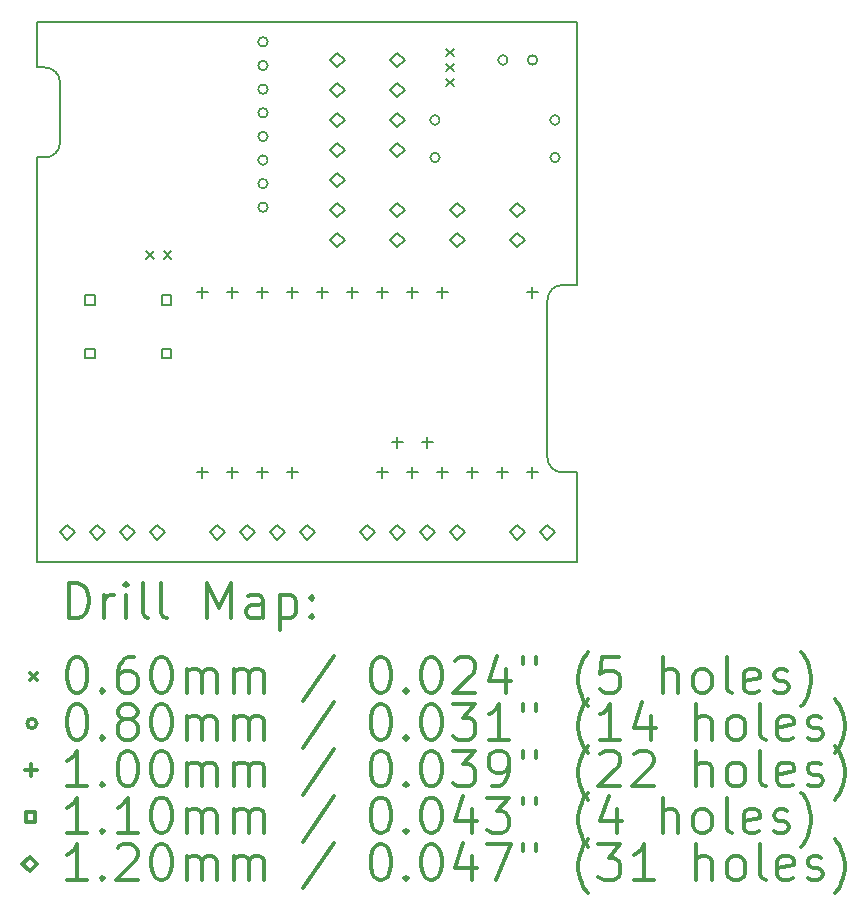
<source format=gbr>
%FSLAX45Y45*%
G04 Gerber Fmt 4.5, Leading zero omitted, Abs format (unit mm)*
G04 Created by KiCad (PCBNEW 4.0.7) date 08/08/18 17:07:15*
%MOMM*%
%LPD*%
G01*
G04 APERTURE LIST*
%ADD10C,0.127000*%
%ADD11C,0.150000*%
%ADD12C,0.200000*%
%ADD13C,0.300000*%
G04 APERTURE END LIST*
D10*
D11*
X16510000Y-12319000D02*
X16510000Y-12446000D01*
X16383000Y-12319000D02*
X16510000Y-12319000D01*
X16510000Y-10731500D02*
X16510000Y-10604500D01*
X16383000Y-10731500D02*
X16510000Y-10731500D01*
X11938000Y-9652000D02*
X12001500Y-9652000D01*
X11938000Y-9779000D02*
X11938000Y-9652000D01*
X11938000Y-8890000D02*
X12001500Y-8890000D01*
X11938000Y-8763000D02*
X11938000Y-8890000D01*
X11938000Y-9779000D02*
X11938000Y-13017500D01*
X12128500Y-9017000D02*
X12128500Y-9525000D01*
X11938000Y-8509000D02*
X11938000Y-8763000D01*
X16510000Y-13081000D02*
X16510000Y-12446000D01*
X16510000Y-10604500D02*
X16510000Y-8509000D01*
X16383000Y-10731500D02*
G75*
G03X16256000Y-10858500I0J-127000D01*
G01*
X16256000Y-12192000D02*
G75*
G03X16383000Y-12319000I127000J0D01*
G01*
X16256000Y-10858500D02*
X16256000Y-12192000D01*
X11938000Y-8509000D02*
X16510000Y-8509000D01*
X12001500Y-9652000D02*
G75*
G03X12128500Y-9525000I0J127000D01*
G01*
X12128500Y-9017000D02*
G75*
G03X12001500Y-8890000I-127000J0D01*
G01*
X16510000Y-13081000D02*
X11938000Y-13081000D01*
X11938000Y-13017500D02*
X11938000Y-13081000D01*
D12*
X12860500Y-10447500D02*
X12920500Y-10507500D01*
X12920500Y-10447500D02*
X12860500Y-10507500D01*
X13010500Y-10447500D02*
X13070500Y-10507500D01*
X13070500Y-10447500D02*
X13010500Y-10507500D01*
X15400500Y-8733000D02*
X15460500Y-8793000D01*
X15460500Y-8733000D02*
X15400500Y-8793000D01*
X15400500Y-8860000D02*
X15460500Y-8920000D01*
X15460500Y-8860000D02*
X15400500Y-8920000D01*
X15400500Y-8987000D02*
X15460500Y-9047000D01*
X15460500Y-8987000D02*
X15400500Y-9047000D01*
X13887000Y-8673500D02*
G75*
G03X13887000Y-8673500I-40000J0D01*
G01*
X13887000Y-8873500D02*
G75*
G03X13887000Y-8873500I-40000J0D01*
G01*
X13887000Y-9073500D02*
G75*
G03X13887000Y-9073500I-40000J0D01*
G01*
X13887000Y-9273500D02*
G75*
G03X13887000Y-9273500I-40000J0D01*
G01*
X13887000Y-9473500D02*
G75*
G03X13887000Y-9473500I-40000J0D01*
G01*
X13887000Y-9673500D02*
G75*
G03X13887000Y-9673500I-40000J0D01*
G01*
X13887000Y-9873500D02*
G75*
G03X13887000Y-9873500I-40000J0D01*
G01*
X13887000Y-10073500D02*
G75*
G03X13887000Y-10073500I-40000J0D01*
G01*
X15343500Y-9334500D02*
G75*
G03X15343500Y-9334500I-40000J0D01*
G01*
X15343500Y-9652000D02*
G75*
G03X15343500Y-9652000I-40000J0D01*
G01*
X15919000Y-8826500D02*
G75*
G03X15919000Y-8826500I-40000J0D01*
G01*
X16169000Y-8826500D02*
G75*
G03X16169000Y-8826500I-40000J0D01*
G01*
X16359500Y-9334500D02*
G75*
G03X16359500Y-9334500I-40000J0D01*
G01*
X16359500Y-9652000D02*
G75*
G03X16359500Y-9652000I-40000J0D01*
G01*
X13335000Y-10745000D02*
X13335000Y-10845000D01*
X13285000Y-10795000D02*
X13385000Y-10795000D01*
X13335000Y-12269000D02*
X13335000Y-12369000D01*
X13285000Y-12319000D02*
X13385000Y-12319000D01*
X13589000Y-10745000D02*
X13589000Y-10845000D01*
X13539000Y-10795000D02*
X13639000Y-10795000D01*
X13589000Y-12269000D02*
X13589000Y-12369000D01*
X13539000Y-12319000D02*
X13639000Y-12319000D01*
X13843000Y-10745000D02*
X13843000Y-10845000D01*
X13793000Y-10795000D02*
X13893000Y-10795000D01*
X13843000Y-12269000D02*
X13843000Y-12369000D01*
X13793000Y-12319000D02*
X13893000Y-12319000D01*
X14097000Y-10745000D02*
X14097000Y-10845000D01*
X14047000Y-10795000D02*
X14147000Y-10795000D01*
X14097000Y-12269000D02*
X14097000Y-12369000D01*
X14047000Y-12319000D02*
X14147000Y-12319000D01*
X14351000Y-10745000D02*
X14351000Y-10845000D01*
X14301000Y-10795000D02*
X14401000Y-10795000D01*
X14605000Y-10745000D02*
X14605000Y-10845000D01*
X14555000Y-10795000D02*
X14655000Y-10795000D01*
X14859000Y-10745000D02*
X14859000Y-10845000D01*
X14809000Y-10795000D02*
X14909000Y-10795000D01*
X14859000Y-12269000D02*
X14859000Y-12369000D01*
X14809000Y-12319000D02*
X14909000Y-12319000D01*
X14986000Y-12015000D02*
X14986000Y-12115000D01*
X14936000Y-12065000D02*
X15036000Y-12065000D01*
X15113000Y-10745000D02*
X15113000Y-10845000D01*
X15063000Y-10795000D02*
X15163000Y-10795000D01*
X15113000Y-12269000D02*
X15113000Y-12369000D01*
X15063000Y-12319000D02*
X15163000Y-12319000D01*
X15240000Y-12015000D02*
X15240000Y-12115000D01*
X15190000Y-12065000D02*
X15290000Y-12065000D01*
X15367000Y-10745000D02*
X15367000Y-10845000D01*
X15317000Y-10795000D02*
X15417000Y-10795000D01*
X15367000Y-12269000D02*
X15367000Y-12369000D01*
X15317000Y-12319000D02*
X15417000Y-12319000D01*
X15621000Y-12269000D02*
X15621000Y-12369000D01*
X15571000Y-12319000D02*
X15671000Y-12319000D01*
X15875000Y-12269000D02*
X15875000Y-12369000D01*
X15825000Y-12319000D02*
X15925000Y-12319000D01*
X16129000Y-10745000D02*
X16129000Y-10845000D01*
X16079000Y-10795000D02*
X16179000Y-10795000D01*
X16129000Y-12269000D02*
X16129000Y-12369000D01*
X16079000Y-12319000D02*
X16179000Y-12319000D01*
X12421391Y-10897391D02*
X12421391Y-10819609D01*
X12343609Y-10819609D01*
X12343609Y-10897391D01*
X12421391Y-10897391D01*
X12421391Y-11347391D02*
X12421391Y-11269609D01*
X12343609Y-11269609D01*
X12343609Y-11347391D01*
X12421391Y-11347391D01*
X13071391Y-10897391D02*
X13071391Y-10819609D01*
X12993609Y-10819609D01*
X12993609Y-10897391D01*
X13071391Y-10897391D01*
X13071391Y-11347391D02*
X13071391Y-11269609D01*
X12993609Y-11269609D01*
X12993609Y-11347391D01*
X13071391Y-11347391D01*
X12192000Y-12887000D02*
X12252000Y-12827000D01*
X12192000Y-12767000D01*
X12132000Y-12827000D01*
X12192000Y-12887000D01*
X12446000Y-12887000D02*
X12506000Y-12827000D01*
X12446000Y-12767000D01*
X12386000Y-12827000D01*
X12446000Y-12887000D01*
X12700000Y-12887000D02*
X12760000Y-12827000D01*
X12700000Y-12767000D01*
X12640000Y-12827000D01*
X12700000Y-12887000D01*
X12954000Y-12887000D02*
X13014000Y-12827000D01*
X12954000Y-12767000D01*
X12894000Y-12827000D01*
X12954000Y-12887000D01*
X13462000Y-12887000D02*
X13522000Y-12827000D01*
X13462000Y-12767000D01*
X13402000Y-12827000D01*
X13462000Y-12887000D01*
X13716000Y-12887000D02*
X13776000Y-12827000D01*
X13716000Y-12767000D01*
X13656000Y-12827000D01*
X13716000Y-12887000D01*
X13970000Y-12887000D02*
X14030000Y-12827000D01*
X13970000Y-12767000D01*
X13910000Y-12827000D01*
X13970000Y-12887000D01*
X14224000Y-12887000D02*
X14284000Y-12827000D01*
X14224000Y-12767000D01*
X14164000Y-12827000D01*
X14224000Y-12887000D01*
X14478000Y-8886500D02*
X14538000Y-8826500D01*
X14478000Y-8766500D01*
X14418000Y-8826500D01*
X14478000Y-8886500D01*
X14478000Y-9140500D02*
X14538000Y-9080500D01*
X14478000Y-9020500D01*
X14418000Y-9080500D01*
X14478000Y-9140500D01*
X14478000Y-9394500D02*
X14538000Y-9334500D01*
X14478000Y-9274500D01*
X14418000Y-9334500D01*
X14478000Y-9394500D01*
X14478000Y-9648500D02*
X14538000Y-9588500D01*
X14478000Y-9528500D01*
X14418000Y-9588500D01*
X14478000Y-9648500D01*
X14478000Y-9902500D02*
X14538000Y-9842500D01*
X14478000Y-9782500D01*
X14418000Y-9842500D01*
X14478000Y-9902500D01*
X14478000Y-10156500D02*
X14538000Y-10096500D01*
X14478000Y-10036500D01*
X14418000Y-10096500D01*
X14478000Y-10156500D01*
X14478000Y-10410500D02*
X14538000Y-10350500D01*
X14478000Y-10290500D01*
X14418000Y-10350500D01*
X14478000Y-10410500D01*
X14732000Y-12887000D02*
X14792000Y-12827000D01*
X14732000Y-12767000D01*
X14672000Y-12827000D01*
X14732000Y-12887000D01*
X14986000Y-8886500D02*
X15046000Y-8826500D01*
X14986000Y-8766500D01*
X14926000Y-8826500D01*
X14986000Y-8886500D01*
X14986000Y-9140500D02*
X15046000Y-9080500D01*
X14986000Y-9020500D01*
X14926000Y-9080500D01*
X14986000Y-9140500D01*
X14986000Y-9394500D02*
X15046000Y-9334500D01*
X14986000Y-9274500D01*
X14926000Y-9334500D01*
X14986000Y-9394500D01*
X14986000Y-9648500D02*
X15046000Y-9588500D01*
X14986000Y-9528500D01*
X14926000Y-9588500D01*
X14986000Y-9648500D01*
X14986000Y-10156500D02*
X15046000Y-10096500D01*
X14986000Y-10036500D01*
X14926000Y-10096500D01*
X14986000Y-10156500D01*
X14986000Y-10410500D02*
X15046000Y-10350500D01*
X14986000Y-10290500D01*
X14926000Y-10350500D01*
X14986000Y-10410500D01*
X14986000Y-12887000D02*
X15046000Y-12827000D01*
X14986000Y-12767000D01*
X14926000Y-12827000D01*
X14986000Y-12887000D01*
X15240000Y-12887000D02*
X15300000Y-12827000D01*
X15240000Y-12767000D01*
X15180000Y-12827000D01*
X15240000Y-12887000D01*
X15494000Y-10156500D02*
X15554000Y-10096500D01*
X15494000Y-10036500D01*
X15434000Y-10096500D01*
X15494000Y-10156500D01*
X15494000Y-10410500D02*
X15554000Y-10350500D01*
X15494000Y-10290500D01*
X15434000Y-10350500D01*
X15494000Y-10410500D01*
X15494000Y-12887000D02*
X15554000Y-12827000D01*
X15494000Y-12767000D01*
X15434000Y-12827000D01*
X15494000Y-12887000D01*
X16002000Y-10156500D02*
X16062000Y-10096500D01*
X16002000Y-10036500D01*
X15942000Y-10096500D01*
X16002000Y-10156500D01*
X16002000Y-10410500D02*
X16062000Y-10350500D01*
X16002000Y-10290500D01*
X15942000Y-10350500D01*
X16002000Y-10410500D01*
X16002000Y-12887000D02*
X16062000Y-12827000D01*
X16002000Y-12767000D01*
X15942000Y-12827000D01*
X16002000Y-12887000D01*
X16256000Y-12887000D02*
X16316000Y-12827000D01*
X16256000Y-12767000D01*
X16196000Y-12827000D01*
X16256000Y-12887000D01*
D13*
X12201928Y-13554214D02*
X12201928Y-13254214D01*
X12273357Y-13254214D01*
X12316214Y-13268500D01*
X12344786Y-13297071D01*
X12359071Y-13325643D01*
X12373357Y-13382786D01*
X12373357Y-13425643D01*
X12359071Y-13482786D01*
X12344786Y-13511357D01*
X12316214Y-13539929D01*
X12273357Y-13554214D01*
X12201928Y-13554214D01*
X12501928Y-13554214D02*
X12501928Y-13354214D01*
X12501928Y-13411357D02*
X12516214Y-13382786D01*
X12530500Y-13368500D01*
X12559071Y-13354214D01*
X12587643Y-13354214D01*
X12687643Y-13554214D02*
X12687643Y-13354214D01*
X12687643Y-13254214D02*
X12673357Y-13268500D01*
X12687643Y-13282786D01*
X12701928Y-13268500D01*
X12687643Y-13254214D01*
X12687643Y-13282786D01*
X12873357Y-13554214D02*
X12844786Y-13539929D01*
X12830500Y-13511357D01*
X12830500Y-13254214D01*
X13030500Y-13554214D02*
X13001928Y-13539929D01*
X12987643Y-13511357D01*
X12987643Y-13254214D01*
X13373357Y-13554214D02*
X13373357Y-13254214D01*
X13473357Y-13468500D01*
X13573357Y-13254214D01*
X13573357Y-13554214D01*
X13844786Y-13554214D02*
X13844786Y-13397071D01*
X13830500Y-13368500D01*
X13801928Y-13354214D01*
X13744786Y-13354214D01*
X13716214Y-13368500D01*
X13844786Y-13539929D02*
X13816214Y-13554214D01*
X13744786Y-13554214D01*
X13716214Y-13539929D01*
X13701928Y-13511357D01*
X13701928Y-13482786D01*
X13716214Y-13454214D01*
X13744786Y-13439929D01*
X13816214Y-13439929D01*
X13844786Y-13425643D01*
X13987643Y-13354214D02*
X13987643Y-13654214D01*
X13987643Y-13368500D02*
X14016214Y-13354214D01*
X14073357Y-13354214D01*
X14101928Y-13368500D01*
X14116214Y-13382786D01*
X14130500Y-13411357D01*
X14130500Y-13497071D01*
X14116214Y-13525643D01*
X14101928Y-13539929D01*
X14073357Y-13554214D01*
X14016214Y-13554214D01*
X13987643Y-13539929D01*
X14259071Y-13525643D02*
X14273357Y-13539929D01*
X14259071Y-13554214D01*
X14244786Y-13539929D01*
X14259071Y-13525643D01*
X14259071Y-13554214D01*
X14259071Y-13368500D02*
X14273357Y-13382786D01*
X14259071Y-13397071D01*
X14244786Y-13382786D01*
X14259071Y-13368500D01*
X14259071Y-13397071D01*
X11870500Y-14018500D02*
X11930500Y-14078500D01*
X11930500Y-14018500D02*
X11870500Y-14078500D01*
X12259071Y-13884214D02*
X12287643Y-13884214D01*
X12316214Y-13898500D01*
X12330500Y-13912786D01*
X12344786Y-13941357D01*
X12359071Y-13998500D01*
X12359071Y-14069929D01*
X12344786Y-14127071D01*
X12330500Y-14155643D01*
X12316214Y-14169929D01*
X12287643Y-14184214D01*
X12259071Y-14184214D01*
X12230500Y-14169929D01*
X12216214Y-14155643D01*
X12201928Y-14127071D01*
X12187643Y-14069929D01*
X12187643Y-13998500D01*
X12201928Y-13941357D01*
X12216214Y-13912786D01*
X12230500Y-13898500D01*
X12259071Y-13884214D01*
X12487643Y-14155643D02*
X12501928Y-14169929D01*
X12487643Y-14184214D01*
X12473357Y-14169929D01*
X12487643Y-14155643D01*
X12487643Y-14184214D01*
X12759071Y-13884214D02*
X12701928Y-13884214D01*
X12673357Y-13898500D01*
X12659071Y-13912786D01*
X12630500Y-13955643D01*
X12616214Y-14012786D01*
X12616214Y-14127071D01*
X12630500Y-14155643D01*
X12644786Y-14169929D01*
X12673357Y-14184214D01*
X12730500Y-14184214D01*
X12759071Y-14169929D01*
X12773357Y-14155643D01*
X12787643Y-14127071D01*
X12787643Y-14055643D01*
X12773357Y-14027071D01*
X12759071Y-14012786D01*
X12730500Y-13998500D01*
X12673357Y-13998500D01*
X12644786Y-14012786D01*
X12630500Y-14027071D01*
X12616214Y-14055643D01*
X12973357Y-13884214D02*
X13001928Y-13884214D01*
X13030500Y-13898500D01*
X13044786Y-13912786D01*
X13059071Y-13941357D01*
X13073357Y-13998500D01*
X13073357Y-14069929D01*
X13059071Y-14127071D01*
X13044786Y-14155643D01*
X13030500Y-14169929D01*
X13001928Y-14184214D01*
X12973357Y-14184214D01*
X12944786Y-14169929D01*
X12930500Y-14155643D01*
X12916214Y-14127071D01*
X12901928Y-14069929D01*
X12901928Y-13998500D01*
X12916214Y-13941357D01*
X12930500Y-13912786D01*
X12944786Y-13898500D01*
X12973357Y-13884214D01*
X13201928Y-14184214D02*
X13201928Y-13984214D01*
X13201928Y-14012786D02*
X13216214Y-13998500D01*
X13244786Y-13984214D01*
X13287643Y-13984214D01*
X13316214Y-13998500D01*
X13330500Y-14027071D01*
X13330500Y-14184214D01*
X13330500Y-14027071D02*
X13344786Y-13998500D01*
X13373357Y-13984214D01*
X13416214Y-13984214D01*
X13444786Y-13998500D01*
X13459071Y-14027071D01*
X13459071Y-14184214D01*
X13601928Y-14184214D02*
X13601928Y-13984214D01*
X13601928Y-14012786D02*
X13616214Y-13998500D01*
X13644786Y-13984214D01*
X13687643Y-13984214D01*
X13716214Y-13998500D01*
X13730500Y-14027071D01*
X13730500Y-14184214D01*
X13730500Y-14027071D02*
X13744786Y-13998500D01*
X13773357Y-13984214D01*
X13816214Y-13984214D01*
X13844786Y-13998500D01*
X13859071Y-14027071D01*
X13859071Y-14184214D01*
X14444786Y-13869929D02*
X14187643Y-14255643D01*
X14830500Y-13884214D02*
X14859071Y-13884214D01*
X14887643Y-13898500D01*
X14901928Y-13912786D01*
X14916214Y-13941357D01*
X14930500Y-13998500D01*
X14930500Y-14069929D01*
X14916214Y-14127071D01*
X14901928Y-14155643D01*
X14887643Y-14169929D01*
X14859071Y-14184214D01*
X14830500Y-14184214D01*
X14801928Y-14169929D01*
X14787643Y-14155643D01*
X14773357Y-14127071D01*
X14759071Y-14069929D01*
X14759071Y-13998500D01*
X14773357Y-13941357D01*
X14787643Y-13912786D01*
X14801928Y-13898500D01*
X14830500Y-13884214D01*
X15059071Y-14155643D02*
X15073357Y-14169929D01*
X15059071Y-14184214D01*
X15044786Y-14169929D01*
X15059071Y-14155643D01*
X15059071Y-14184214D01*
X15259071Y-13884214D02*
X15287643Y-13884214D01*
X15316214Y-13898500D01*
X15330500Y-13912786D01*
X15344785Y-13941357D01*
X15359071Y-13998500D01*
X15359071Y-14069929D01*
X15344785Y-14127071D01*
X15330500Y-14155643D01*
X15316214Y-14169929D01*
X15287643Y-14184214D01*
X15259071Y-14184214D01*
X15230500Y-14169929D01*
X15216214Y-14155643D01*
X15201928Y-14127071D01*
X15187643Y-14069929D01*
X15187643Y-13998500D01*
X15201928Y-13941357D01*
X15216214Y-13912786D01*
X15230500Y-13898500D01*
X15259071Y-13884214D01*
X15473357Y-13912786D02*
X15487643Y-13898500D01*
X15516214Y-13884214D01*
X15587643Y-13884214D01*
X15616214Y-13898500D01*
X15630500Y-13912786D01*
X15644785Y-13941357D01*
X15644785Y-13969929D01*
X15630500Y-14012786D01*
X15459071Y-14184214D01*
X15644785Y-14184214D01*
X15901928Y-13984214D02*
X15901928Y-14184214D01*
X15830500Y-13869929D02*
X15759071Y-14084214D01*
X15944785Y-14084214D01*
X16044786Y-13884214D02*
X16044786Y-13941357D01*
X16159071Y-13884214D02*
X16159071Y-13941357D01*
X16601928Y-14298500D02*
X16587643Y-14284214D01*
X16559071Y-14241357D01*
X16544785Y-14212786D01*
X16530500Y-14169929D01*
X16516214Y-14098500D01*
X16516214Y-14041357D01*
X16530500Y-13969929D01*
X16544785Y-13927071D01*
X16559071Y-13898500D01*
X16587643Y-13855643D01*
X16601928Y-13841357D01*
X16859071Y-13884214D02*
X16716214Y-13884214D01*
X16701928Y-14027071D01*
X16716214Y-14012786D01*
X16744785Y-13998500D01*
X16816214Y-13998500D01*
X16844786Y-14012786D01*
X16859071Y-14027071D01*
X16873357Y-14055643D01*
X16873357Y-14127071D01*
X16859071Y-14155643D01*
X16844786Y-14169929D01*
X16816214Y-14184214D01*
X16744785Y-14184214D01*
X16716214Y-14169929D01*
X16701928Y-14155643D01*
X17230500Y-14184214D02*
X17230500Y-13884214D01*
X17359071Y-14184214D02*
X17359071Y-14027071D01*
X17344786Y-13998500D01*
X17316214Y-13984214D01*
X17273357Y-13984214D01*
X17244786Y-13998500D01*
X17230500Y-14012786D01*
X17544786Y-14184214D02*
X17516214Y-14169929D01*
X17501928Y-14155643D01*
X17487643Y-14127071D01*
X17487643Y-14041357D01*
X17501928Y-14012786D01*
X17516214Y-13998500D01*
X17544786Y-13984214D01*
X17587643Y-13984214D01*
X17616214Y-13998500D01*
X17630500Y-14012786D01*
X17644786Y-14041357D01*
X17644786Y-14127071D01*
X17630500Y-14155643D01*
X17616214Y-14169929D01*
X17587643Y-14184214D01*
X17544786Y-14184214D01*
X17816214Y-14184214D02*
X17787643Y-14169929D01*
X17773357Y-14141357D01*
X17773357Y-13884214D01*
X18044786Y-14169929D02*
X18016214Y-14184214D01*
X17959071Y-14184214D01*
X17930500Y-14169929D01*
X17916214Y-14141357D01*
X17916214Y-14027071D01*
X17930500Y-13998500D01*
X17959071Y-13984214D01*
X18016214Y-13984214D01*
X18044786Y-13998500D01*
X18059071Y-14027071D01*
X18059071Y-14055643D01*
X17916214Y-14084214D01*
X18173357Y-14169929D02*
X18201929Y-14184214D01*
X18259071Y-14184214D01*
X18287643Y-14169929D01*
X18301929Y-14141357D01*
X18301929Y-14127071D01*
X18287643Y-14098500D01*
X18259071Y-14084214D01*
X18216214Y-14084214D01*
X18187643Y-14069929D01*
X18173357Y-14041357D01*
X18173357Y-14027071D01*
X18187643Y-13998500D01*
X18216214Y-13984214D01*
X18259071Y-13984214D01*
X18287643Y-13998500D01*
X18401928Y-14298500D02*
X18416214Y-14284214D01*
X18444786Y-14241357D01*
X18459071Y-14212786D01*
X18473357Y-14169929D01*
X18487643Y-14098500D01*
X18487643Y-14041357D01*
X18473357Y-13969929D01*
X18459071Y-13927071D01*
X18444786Y-13898500D01*
X18416214Y-13855643D01*
X18401928Y-13841357D01*
X11930500Y-14444500D02*
G75*
G03X11930500Y-14444500I-40000J0D01*
G01*
X12259071Y-14280214D02*
X12287643Y-14280214D01*
X12316214Y-14294500D01*
X12330500Y-14308786D01*
X12344786Y-14337357D01*
X12359071Y-14394500D01*
X12359071Y-14465929D01*
X12344786Y-14523071D01*
X12330500Y-14551643D01*
X12316214Y-14565929D01*
X12287643Y-14580214D01*
X12259071Y-14580214D01*
X12230500Y-14565929D01*
X12216214Y-14551643D01*
X12201928Y-14523071D01*
X12187643Y-14465929D01*
X12187643Y-14394500D01*
X12201928Y-14337357D01*
X12216214Y-14308786D01*
X12230500Y-14294500D01*
X12259071Y-14280214D01*
X12487643Y-14551643D02*
X12501928Y-14565929D01*
X12487643Y-14580214D01*
X12473357Y-14565929D01*
X12487643Y-14551643D01*
X12487643Y-14580214D01*
X12673357Y-14408786D02*
X12644786Y-14394500D01*
X12630500Y-14380214D01*
X12616214Y-14351643D01*
X12616214Y-14337357D01*
X12630500Y-14308786D01*
X12644786Y-14294500D01*
X12673357Y-14280214D01*
X12730500Y-14280214D01*
X12759071Y-14294500D01*
X12773357Y-14308786D01*
X12787643Y-14337357D01*
X12787643Y-14351643D01*
X12773357Y-14380214D01*
X12759071Y-14394500D01*
X12730500Y-14408786D01*
X12673357Y-14408786D01*
X12644786Y-14423071D01*
X12630500Y-14437357D01*
X12616214Y-14465929D01*
X12616214Y-14523071D01*
X12630500Y-14551643D01*
X12644786Y-14565929D01*
X12673357Y-14580214D01*
X12730500Y-14580214D01*
X12759071Y-14565929D01*
X12773357Y-14551643D01*
X12787643Y-14523071D01*
X12787643Y-14465929D01*
X12773357Y-14437357D01*
X12759071Y-14423071D01*
X12730500Y-14408786D01*
X12973357Y-14280214D02*
X13001928Y-14280214D01*
X13030500Y-14294500D01*
X13044786Y-14308786D01*
X13059071Y-14337357D01*
X13073357Y-14394500D01*
X13073357Y-14465929D01*
X13059071Y-14523071D01*
X13044786Y-14551643D01*
X13030500Y-14565929D01*
X13001928Y-14580214D01*
X12973357Y-14580214D01*
X12944786Y-14565929D01*
X12930500Y-14551643D01*
X12916214Y-14523071D01*
X12901928Y-14465929D01*
X12901928Y-14394500D01*
X12916214Y-14337357D01*
X12930500Y-14308786D01*
X12944786Y-14294500D01*
X12973357Y-14280214D01*
X13201928Y-14580214D02*
X13201928Y-14380214D01*
X13201928Y-14408786D02*
X13216214Y-14394500D01*
X13244786Y-14380214D01*
X13287643Y-14380214D01*
X13316214Y-14394500D01*
X13330500Y-14423071D01*
X13330500Y-14580214D01*
X13330500Y-14423071D02*
X13344786Y-14394500D01*
X13373357Y-14380214D01*
X13416214Y-14380214D01*
X13444786Y-14394500D01*
X13459071Y-14423071D01*
X13459071Y-14580214D01*
X13601928Y-14580214D02*
X13601928Y-14380214D01*
X13601928Y-14408786D02*
X13616214Y-14394500D01*
X13644786Y-14380214D01*
X13687643Y-14380214D01*
X13716214Y-14394500D01*
X13730500Y-14423071D01*
X13730500Y-14580214D01*
X13730500Y-14423071D02*
X13744786Y-14394500D01*
X13773357Y-14380214D01*
X13816214Y-14380214D01*
X13844786Y-14394500D01*
X13859071Y-14423071D01*
X13859071Y-14580214D01*
X14444786Y-14265929D02*
X14187643Y-14651643D01*
X14830500Y-14280214D02*
X14859071Y-14280214D01*
X14887643Y-14294500D01*
X14901928Y-14308786D01*
X14916214Y-14337357D01*
X14930500Y-14394500D01*
X14930500Y-14465929D01*
X14916214Y-14523071D01*
X14901928Y-14551643D01*
X14887643Y-14565929D01*
X14859071Y-14580214D01*
X14830500Y-14580214D01*
X14801928Y-14565929D01*
X14787643Y-14551643D01*
X14773357Y-14523071D01*
X14759071Y-14465929D01*
X14759071Y-14394500D01*
X14773357Y-14337357D01*
X14787643Y-14308786D01*
X14801928Y-14294500D01*
X14830500Y-14280214D01*
X15059071Y-14551643D02*
X15073357Y-14565929D01*
X15059071Y-14580214D01*
X15044786Y-14565929D01*
X15059071Y-14551643D01*
X15059071Y-14580214D01*
X15259071Y-14280214D02*
X15287643Y-14280214D01*
X15316214Y-14294500D01*
X15330500Y-14308786D01*
X15344785Y-14337357D01*
X15359071Y-14394500D01*
X15359071Y-14465929D01*
X15344785Y-14523071D01*
X15330500Y-14551643D01*
X15316214Y-14565929D01*
X15287643Y-14580214D01*
X15259071Y-14580214D01*
X15230500Y-14565929D01*
X15216214Y-14551643D01*
X15201928Y-14523071D01*
X15187643Y-14465929D01*
X15187643Y-14394500D01*
X15201928Y-14337357D01*
X15216214Y-14308786D01*
X15230500Y-14294500D01*
X15259071Y-14280214D01*
X15459071Y-14280214D02*
X15644785Y-14280214D01*
X15544785Y-14394500D01*
X15587643Y-14394500D01*
X15616214Y-14408786D01*
X15630500Y-14423071D01*
X15644785Y-14451643D01*
X15644785Y-14523071D01*
X15630500Y-14551643D01*
X15616214Y-14565929D01*
X15587643Y-14580214D01*
X15501928Y-14580214D01*
X15473357Y-14565929D01*
X15459071Y-14551643D01*
X15930500Y-14580214D02*
X15759071Y-14580214D01*
X15844785Y-14580214D02*
X15844785Y-14280214D01*
X15816214Y-14323071D01*
X15787643Y-14351643D01*
X15759071Y-14365929D01*
X16044786Y-14280214D02*
X16044786Y-14337357D01*
X16159071Y-14280214D02*
X16159071Y-14337357D01*
X16601928Y-14694500D02*
X16587643Y-14680214D01*
X16559071Y-14637357D01*
X16544785Y-14608786D01*
X16530500Y-14565929D01*
X16516214Y-14494500D01*
X16516214Y-14437357D01*
X16530500Y-14365929D01*
X16544785Y-14323071D01*
X16559071Y-14294500D01*
X16587643Y-14251643D01*
X16601928Y-14237357D01*
X16873357Y-14580214D02*
X16701928Y-14580214D01*
X16787643Y-14580214D02*
X16787643Y-14280214D01*
X16759071Y-14323071D01*
X16730500Y-14351643D01*
X16701928Y-14365929D01*
X17130500Y-14380214D02*
X17130500Y-14580214D01*
X17059071Y-14265929D02*
X16987643Y-14480214D01*
X17173357Y-14480214D01*
X17516214Y-14580214D02*
X17516214Y-14280214D01*
X17644786Y-14580214D02*
X17644786Y-14423071D01*
X17630500Y-14394500D01*
X17601928Y-14380214D01*
X17559071Y-14380214D01*
X17530500Y-14394500D01*
X17516214Y-14408786D01*
X17830500Y-14580214D02*
X17801928Y-14565929D01*
X17787643Y-14551643D01*
X17773357Y-14523071D01*
X17773357Y-14437357D01*
X17787643Y-14408786D01*
X17801928Y-14394500D01*
X17830500Y-14380214D01*
X17873357Y-14380214D01*
X17901928Y-14394500D01*
X17916214Y-14408786D01*
X17930500Y-14437357D01*
X17930500Y-14523071D01*
X17916214Y-14551643D01*
X17901928Y-14565929D01*
X17873357Y-14580214D01*
X17830500Y-14580214D01*
X18101928Y-14580214D02*
X18073357Y-14565929D01*
X18059071Y-14537357D01*
X18059071Y-14280214D01*
X18330500Y-14565929D02*
X18301929Y-14580214D01*
X18244786Y-14580214D01*
X18216214Y-14565929D01*
X18201929Y-14537357D01*
X18201929Y-14423071D01*
X18216214Y-14394500D01*
X18244786Y-14380214D01*
X18301929Y-14380214D01*
X18330500Y-14394500D01*
X18344786Y-14423071D01*
X18344786Y-14451643D01*
X18201929Y-14480214D01*
X18459071Y-14565929D02*
X18487643Y-14580214D01*
X18544786Y-14580214D01*
X18573357Y-14565929D01*
X18587643Y-14537357D01*
X18587643Y-14523071D01*
X18573357Y-14494500D01*
X18544786Y-14480214D01*
X18501929Y-14480214D01*
X18473357Y-14465929D01*
X18459071Y-14437357D01*
X18459071Y-14423071D01*
X18473357Y-14394500D01*
X18501929Y-14380214D01*
X18544786Y-14380214D01*
X18573357Y-14394500D01*
X18687643Y-14694500D02*
X18701929Y-14680214D01*
X18730500Y-14637357D01*
X18744786Y-14608786D01*
X18759071Y-14565929D01*
X18773357Y-14494500D01*
X18773357Y-14437357D01*
X18759071Y-14365929D01*
X18744786Y-14323071D01*
X18730500Y-14294500D01*
X18701929Y-14251643D01*
X18687643Y-14237357D01*
X11880500Y-14790500D02*
X11880500Y-14890500D01*
X11830500Y-14840500D02*
X11930500Y-14840500D01*
X12359071Y-14976214D02*
X12187643Y-14976214D01*
X12273357Y-14976214D02*
X12273357Y-14676214D01*
X12244786Y-14719071D01*
X12216214Y-14747643D01*
X12187643Y-14761929D01*
X12487643Y-14947643D02*
X12501928Y-14961929D01*
X12487643Y-14976214D01*
X12473357Y-14961929D01*
X12487643Y-14947643D01*
X12487643Y-14976214D01*
X12687643Y-14676214D02*
X12716214Y-14676214D01*
X12744786Y-14690500D01*
X12759071Y-14704786D01*
X12773357Y-14733357D01*
X12787643Y-14790500D01*
X12787643Y-14861929D01*
X12773357Y-14919071D01*
X12759071Y-14947643D01*
X12744786Y-14961929D01*
X12716214Y-14976214D01*
X12687643Y-14976214D01*
X12659071Y-14961929D01*
X12644786Y-14947643D01*
X12630500Y-14919071D01*
X12616214Y-14861929D01*
X12616214Y-14790500D01*
X12630500Y-14733357D01*
X12644786Y-14704786D01*
X12659071Y-14690500D01*
X12687643Y-14676214D01*
X12973357Y-14676214D02*
X13001928Y-14676214D01*
X13030500Y-14690500D01*
X13044786Y-14704786D01*
X13059071Y-14733357D01*
X13073357Y-14790500D01*
X13073357Y-14861929D01*
X13059071Y-14919071D01*
X13044786Y-14947643D01*
X13030500Y-14961929D01*
X13001928Y-14976214D01*
X12973357Y-14976214D01*
X12944786Y-14961929D01*
X12930500Y-14947643D01*
X12916214Y-14919071D01*
X12901928Y-14861929D01*
X12901928Y-14790500D01*
X12916214Y-14733357D01*
X12930500Y-14704786D01*
X12944786Y-14690500D01*
X12973357Y-14676214D01*
X13201928Y-14976214D02*
X13201928Y-14776214D01*
X13201928Y-14804786D02*
X13216214Y-14790500D01*
X13244786Y-14776214D01*
X13287643Y-14776214D01*
X13316214Y-14790500D01*
X13330500Y-14819071D01*
X13330500Y-14976214D01*
X13330500Y-14819071D02*
X13344786Y-14790500D01*
X13373357Y-14776214D01*
X13416214Y-14776214D01*
X13444786Y-14790500D01*
X13459071Y-14819071D01*
X13459071Y-14976214D01*
X13601928Y-14976214D02*
X13601928Y-14776214D01*
X13601928Y-14804786D02*
X13616214Y-14790500D01*
X13644786Y-14776214D01*
X13687643Y-14776214D01*
X13716214Y-14790500D01*
X13730500Y-14819071D01*
X13730500Y-14976214D01*
X13730500Y-14819071D02*
X13744786Y-14790500D01*
X13773357Y-14776214D01*
X13816214Y-14776214D01*
X13844786Y-14790500D01*
X13859071Y-14819071D01*
X13859071Y-14976214D01*
X14444786Y-14661929D02*
X14187643Y-15047643D01*
X14830500Y-14676214D02*
X14859071Y-14676214D01*
X14887643Y-14690500D01*
X14901928Y-14704786D01*
X14916214Y-14733357D01*
X14930500Y-14790500D01*
X14930500Y-14861929D01*
X14916214Y-14919071D01*
X14901928Y-14947643D01*
X14887643Y-14961929D01*
X14859071Y-14976214D01*
X14830500Y-14976214D01*
X14801928Y-14961929D01*
X14787643Y-14947643D01*
X14773357Y-14919071D01*
X14759071Y-14861929D01*
X14759071Y-14790500D01*
X14773357Y-14733357D01*
X14787643Y-14704786D01*
X14801928Y-14690500D01*
X14830500Y-14676214D01*
X15059071Y-14947643D02*
X15073357Y-14961929D01*
X15059071Y-14976214D01*
X15044786Y-14961929D01*
X15059071Y-14947643D01*
X15059071Y-14976214D01*
X15259071Y-14676214D02*
X15287643Y-14676214D01*
X15316214Y-14690500D01*
X15330500Y-14704786D01*
X15344785Y-14733357D01*
X15359071Y-14790500D01*
X15359071Y-14861929D01*
X15344785Y-14919071D01*
X15330500Y-14947643D01*
X15316214Y-14961929D01*
X15287643Y-14976214D01*
X15259071Y-14976214D01*
X15230500Y-14961929D01*
X15216214Y-14947643D01*
X15201928Y-14919071D01*
X15187643Y-14861929D01*
X15187643Y-14790500D01*
X15201928Y-14733357D01*
X15216214Y-14704786D01*
X15230500Y-14690500D01*
X15259071Y-14676214D01*
X15459071Y-14676214D02*
X15644785Y-14676214D01*
X15544785Y-14790500D01*
X15587643Y-14790500D01*
X15616214Y-14804786D01*
X15630500Y-14819071D01*
X15644785Y-14847643D01*
X15644785Y-14919071D01*
X15630500Y-14947643D01*
X15616214Y-14961929D01*
X15587643Y-14976214D01*
X15501928Y-14976214D01*
X15473357Y-14961929D01*
X15459071Y-14947643D01*
X15787643Y-14976214D02*
X15844785Y-14976214D01*
X15873357Y-14961929D01*
X15887643Y-14947643D01*
X15916214Y-14904786D01*
X15930500Y-14847643D01*
X15930500Y-14733357D01*
X15916214Y-14704786D01*
X15901928Y-14690500D01*
X15873357Y-14676214D01*
X15816214Y-14676214D01*
X15787643Y-14690500D01*
X15773357Y-14704786D01*
X15759071Y-14733357D01*
X15759071Y-14804786D01*
X15773357Y-14833357D01*
X15787643Y-14847643D01*
X15816214Y-14861929D01*
X15873357Y-14861929D01*
X15901928Y-14847643D01*
X15916214Y-14833357D01*
X15930500Y-14804786D01*
X16044786Y-14676214D02*
X16044786Y-14733357D01*
X16159071Y-14676214D02*
X16159071Y-14733357D01*
X16601928Y-15090500D02*
X16587643Y-15076214D01*
X16559071Y-15033357D01*
X16544785Y-15004786D01*
X16530500Y-14961929D01*
X16516214Y-14890500D01*
X16516214Y-14833357D01*
X16530500Y-14761929D01*
X16544785Y-14719071D01*
X16559071Y-14690500D01*
X16587643Y-14647643D01*
X16601928Y-14633357D01*
X16701928Y-14704786D02*
X16716214Y-14690500D01*
X16744785Y-14676214D01*
X16816214Y-14676214D01*
X16844786Y-14690500D01*
X16859071Y-14704786D01*
X16873357Y-14733357D01*
X16873357Y-14761929D01*
X16859071Y-14804786D01*
X16687643Y-14976214D01*
X16873357Y-14976214D01*
X16987643Y-14704786D02*
X17001928Y-14690500D01*
X17030500Y-14676214D01*
X17101928Y-14676214D01*
X17130500Y-14690500D01*
X17144786Y-14704786D01*
X17159071Y-14733357D01*
X17159071Y-14761929D01*
X17144786Y-14804786D01*
X16973357Y-14976214D01*
X17159071Y-14976214D01*
X17516214Y-14976214D02*
X17516214Y-14676214D01*
X17644786Y-14976214D02*
X17644786Y-14819071D01*
X17630500Y-14790500D01*
X17601928Y-14776214D01*
X17559071Y-14776214D01*
X17530500Y-14790500D01*
X17516214Y-14804786D01*
X17830500Y-14976214D02*
X17801928Y-14961929D01*
X17787643Y-14947643D01*
X17773357Y-14919071D01*
X17773357Y-14833357D01*
X17787643Y-14804786D01*
X17801928Y-14790500D01*
X17830500Y-14776214D01*
X17873357Y-14776214D01*
X17901928Y-14790500D01*
X17916214Y-14804786D01*
X17930500Y-14833357D01*
X17930500Y-14919071D01*
X17916214Y-14947643D01*
X17901928Y-14961929D01*
X17873357Y-14976214D01*
X17830500Y-14976214D01*
X18101928Y-14976214D02*
X18073357Y-14961929D01*
X18059071Y-14933357D01*
X18059071Y-14676214D01*
X18330500Y-14961929D02*
X18301929Y-14976214D01*
X18244786Y-14976214D01*
X18216214Y-14961929D01*
X18201929Y-14933357D01*
X18201929Y-14819071D01*
X18216214Y-14790500D01*
X18244786Y-14776214D01*
X18301929Y-14776214D01*
X18330500Y-14790500D01*
X18344786Y-14819071D01*
X18344786Y-14847643D01*
X18201929Y-14876214D01*
X18459071Y-14961929D02*
X18487643Y-14976214D01*
X18544786Y-14976214D01*
X18573357Y-14961929D01*
X18587643Y-14933357D01*
X18587643Y-14919071D01*
X18573357Y-14890500D01*
X18544786Y-14876214D01*
X18501929Y-14876214D01*
X18473357Y-14861929D01*
X18459071Y-14833357D01*
X18459071Y-14819071D01*
X18473357Y-14790500D01*
X18501929Y-14776214D01*
X18544786Y-14776214D01*
X18573357Y-14790500D01*
X18687643Y-15090500D02*
X18701929Y-15076214D01*
X18730500Y-15033357D01*
X18744786Y-15004786D01*
X18759071Y-14961929D01*
X18773357Y-14890500D01*
X18773357Y-14833357D01*
X18759071Y-14761929D01*
X18744786Y-14719071D01*
X18730500Y-14690500D01*
X18701929Y-14647643D01*
X18687643Y-14633357D01*
X11914391Y-15275391D02*
X11914391Y-15197609D01*
X11836609Y-15197609D01*
X11836609Y-15275391D01*
X11914391Y-15275391D01*
X12359071Y-15372214D02*
X12187643Y-15372214D01*
X12273357Y-15372214D02*
X12273357Y-15072214D01*
X12244786Y-15115071D01*
X12216214Y-15143643D01*
X12187643Y-15157929D01*
X12487643Y-15343643D02*
X12501928Y-15357929D01*
X12487643Y-15372214D01*
X12473357Y-15357929D01*
X12487643Y-15343643D01*
X12487643Y-15372214D01*
X12787643Y-15372214D02*
X12616214Y-15372214D01*
X12701928Y-15372214D02*
X12701928Y-15072214D01*
X12673357Y-15115071D01*
X12644786Y-15143643D01*
X12616214Y-15157929D01*
X12973357Y-15072214D02*
X13001928Y-15072214D01*
X13030500Y-15086500D01*
X13044786Y-15100786D01*
X13059071Y-15129357D01*
X13073357Y-15186500D01*
X13073357Y-15257929D01*
X13059071Y-15315071D01*
X13044786Y-15343643D01*
X13030500Y-15357929D01*
X13001928Y-15372214D01*
X12973357Y-15372214D01*
X12944786Y-15357929D01*
X12930500Y-15343643D01*
X12916214Y-15315071D01*
X12901928Y-15257929D01*
X12901928Y-15186500D01*
X12916214Y-15129357D01*
X12930500Y-15100786D01*
X12944786Y-15086500D01*
X12973357Y-15072214D01*
X13201928Y-15372214D02*
X13201928Y-15172214D01*
X13201928Y-15200786D02*
X13216214Y-15186500D01*
X13244786Y-15172214D01*
X13287643Y-15172214D01*
X13316214Y-15186500D01*
X13330500Y-15215071D01*
X13330500Y-15372214D01*
X13330500Y-15215071D02*
X13344786Y-15186500D01*
X13373357Y-15172214D01*
X13416214Y-15172214D01*
X13444786Y-15186500D01*
X13459071Y-15215071D01*
X13459071Y-15372214D01*
X13601928Y-15372214D02*
X13601928Y-15172214D01*
X13601928Y-15200786D02*
X13616214Y-15186500D01*
X13644786Y-15172214D01*
X13687643Y-15172214D01*
X13716214Y-15186500D01*
X13730500Y-15215071D01*
X13730500Y-15372214D01*
X13730500Y-15215071D02*
X13744786Y-15186500D01*
X13773357Y-15172214D01*
X13816214Y-15172214D01*
X13844786Y-15186500D01*
X13859071Y-15215071D01*
X13859071Y-15372214D01*
X14444786Y-15057929D02*
X14187643Y-15443643D01*
X14830500Y-15072214D02*
X14859071Y-15072214D01*
X14887643Y-15086500D01*
X14901928Y-15100786D01*
X14916214Y-15129357D01*
X14930500Y-15186500D01*
X14930500Y-15257929D01*
X14916214Y-15315071D01*
X14901928Y-15343643D01*
X14887643Y-15357929D01*
X14859071Y-15372214D01*
X14830500Y-15372214D01*
X14801928Y-15357929D01*
X14787643Y-15343643D01*
X14773357Y-15315071D01*
X14759071Y-15257929D01*
X14759071Y-15186500D01*
X14773357Y-15129357D01*
X14787643Y-15100786D01*
X14801928Y-15086500D01*
X14830500Y-15072214D01*
X15059071Y-15343643D02*
X15073357Y-15357929D01*
X15059071Y-15372214D01*
X15044786Y-15357929D01*
X15059071Y-15343643D01*
X15059071Y-15372214D01*
X15259071Y-15072214D02*
X15287643Y-15072214D01*
X15316214Y-15086500D01*
X15330500Y-15100786D01*
X15344785Y-15129357D01*
X15359071Y-15186500D01*
X15359071Y-15257929D01*
X15344785Y-15315071D01*
X15330500Y-15343643D01*
X15316214Y-15357929D01*
X15287643Y-15372214D01*
X15259071Y-15372214D01*
X15230500Y-15357929D01*
X15216214Y-15343643D01*
X15201928Y-15315071D01*
X15187643Y-15257929D01*
X15187643Y-15186500D01*
X15201928Y-15129357D01*
X15216214Y-15100786D01*
X15230500Y-15086500D01*
X15259071Y-15072214D01*
X15616214Y-15172214D02*
X15616214Y-15372214D01*
X15544785Y-15057929D02*
X15473357Y-15272214D01*
X15659071Y-15272214D01*
X15744785Y-15072214D02*
X15930500Y-15072214D01*
X15830500Y-15186500D01*
X15873357Y-15186500D01*
X15901928Y-15200786D01*
X15916214Y-15215071D01*
X15930500Y-15243643D01*
X15930500Y-15315071D01*
X15916214Y-15343643D01*
X15901928Y-15357929D01*
X15873357Y-15372214D01*
X15787643Y-15372214D01*
X15759071Y-15357929D01*
X15744785Y-15343643D01*
X16044786Y-15072214D02*
X16044786Y-15129357D01*
X16159071Y-15072214D02*
X16159071Y-15129357D01*
X16601928Y-15486500D02*
X16587643Y-15472214D01*
X16559071Y-15429357D01*
X16544785Y-15400786D01*
X16530500Y-15357929D01*
X16516214Y-15286500D01*
X16516214Y-15229357D01*
X16530500Y-15157929D01*
X16544785Y-15115071D01*
X16559071Y-15086500D01*
X16587643Y-15043643D01*
X16601928Y-15029357D01*
X16844786Y-15172214D02*
X16844786Y-15372214D01*
X16773357Y-15057929D02*
X16701928Y-15272214D01*
X16887643Y-15272214D01*
X17230500Y-15372214D02*
X17230500Y-15072214D01*
X17359071Y-15372214D02*
X17359071Y-15215071D01*
X17344786Y-15186500D01*
X17316214Y-15172214D01*
X17273357Y-15172214D01*
X17244786Y-15186500D01*
X17230500Y-15200786D01*
X17544786Y-15372214D02*
X17516214Y-15357929D01*
X17501928Y-15343643D01*
X17487643Y-15315071D01*
X17487643Y-15229357D01*
X17501928Y-15200786D01*
X17516214Y-15186500D01*
X17544786Y-15172214D01*
X17587643Y-15172214D01*
X17616214Y-15186500D01*
X17630500Y-15200786D01*
X17644786Y-15229357D01*
X17644786Y-15315071D01*
X17630500Y-15343643D01*
X17616214Y-15357929D01*
X17587643Y-15372214D01*
X17544786Y-15372214D01*
X17816214Y-15372214D02*
X17787643Y-15357929D01*
X17773357Y-15329357D01*
X17773357Y-15072214D01*
X18044786Y-15357929D02*
X18016214Y-15372214D01*
X17959071Y-15372214D01*
X17930500Y-15357929D01*
X17916214Y-15329357D01*
X17916214Y-15215071D01*
X17930500Y-15186500D01*
X17959071Y-15172214D01*
X18016214Y-15172214D01*
X18044786Y-15186500D01*
X18059071Y-15215071D01*
X18059071Y-15243643D01*
X17916214Y-15272214D01*
X18173357Y-15357929D02*
X18201929Y-15372214D01*
X18259071Y-15372214D01*
X18287643Y-15357929D01*
X18301929Y-15329357D01*
X18301929Y-15315071D01*
X18287643Y-15286500D01*
X18259071Y-15272214D01*
X18216214Y-15272214D01*
X18187643Y-15257929D01*
X18173357Y-15229357D01*
X18173357Y-15215071D01*
X18187643Y-15186500D01*
X18216214Y-15172214D01*
X18259071Y-15172214D01*
X18287643Y-15186500D01*
X18401928Y-15486500D02*
X18416214Y-15472214D01*
X18444786Y-15429357D01*
X18459071Y-15400786D01*
X18473357Y-15357929D01*
X18487643Y-15286500D01*
X18487643Y-15229357D01*
X18473357Y-15157929D01*
X18459071Y-15115071D01*
X18444786Y-15086500D01*
X18416214Y-15043643D01*
X18401928Y-15029357D01*
X11870500Y-15692500D02*
X11930500Y-15632500D01*
X11870500Y-15572500D01*
X11810500Y-15632500D01*
X11870500Y-15692500D01*
X12359071Y-15768214D02*
X12187643Y-15768214D01*
X12273357Y-15768214D02*
X12273357Y-15468214D01*
X12244786Y-15511071D01*
X12216214Y-15539643D01*
X12187643Y-15553929D01*
X12487643Y-15739643D02*
X12501928Y-15753929D01*
X12487643Y-15768214D01*
X12473357Y-15753929D01*
X12487643Y-15739643D01*
X12487643Y-15768214D01*
X12616214Y-15496786D02*
X12630500Y-15482500D01*
X12659071Y-15468214D01*
X12730500Y-15468214D01*
X12759071Y-15482500D01*
X12773357Y-15496786D01*
X12787643Y-15525357D01*
X12787643Y-15553929D01*
X12773357Y-15596786D01*
X12601928Y-15768214D01*
X12787643Y-15768214D01*
X12973357Y-15468214D02*
X13001928Y-15468214D01*
X13030500Y-15482500D01*
X13044786Y-15496786D01*
X13059071Y-15525357D01*
X13073357Y-15582500D01*
X13073357Y-15653929D01*
X13059071Y-15711071D01*
X13044786Y-15739643D01*
X13030500Y-15753929D01*
X13001928Y-15768214D01*
X12973357Y-15768214D01*
X12944786Y-15753929D01*
X12930500Y-15739643D01*
X12916214Y-15711071D01*
X12901928Y-15653929D01*
X12901928Y-15582500D01*
X12916214Y-15525357D01*
X12930500Y-15496786D01*
X12944786Y-15482500D01*
X12973357Y-15468214D01*
X13201928Y-15768214D02*
X13201928Y-15568214D01*
X13201928Y-15596786D02*
X13216214Y-15582500D01*
X13244786Y-15568214D01*
X13287643Y-15568214D01*
X13316214Y-15582500D01*
X13330500Y-15611071D01*
X13330500Y-15768214D01*
X13330500Y-15611071D02*
X13344786Y-15582500D01*
X13373357Y-15568214D01*
X13416214Y-15568214D01*
X13444786Y-15582500D01*
X13459071Y-15611071D01*
X13459071Y-15768214D01*
X13601928Y-15768214D02*
X13601928Y-15568214D01*
X13601928Y-15596786D02*
X13616214Y-15582500D01*
X13644786Y-15568214D01*
X13687643Y-15568214D01*
X13716214Y-15582500D01*
X13730500Y-15611071D01*
X13730500Y-15768214D01*
X13730500Y-15611071D02*
X13744786Y-15582500D01*
X13773357Y-15568214D01*
X13816214Y-15568214D01*
X13844786Y-15582500D01*
X13859071Y-15611071D01*
X13859071Y-15768214D01*
X14444786Y-15453929D02*
X14187643Y-15839643D01*
X14830500Y-15468214D02*
X14859071Y-15468214D01*
X14887643Y-15482500D01*
X14901928Y-15496786D01*
X14916214Y-15525357D01*
X14930500Y-15582500D01*
X14930500Y-15653929D01*
X14916214Y-15711071D01*
X14901928Y-15739643D01*
X14887643Y-15753929D01*
X14859071Y-15768214D01*
X14830500Y-15768214D01*
X14801928Y-15753929D01*
X14787643Y-15739643D01*
X14773357Y-15711071D01*
X14759071Y-15653929D01*
X14759071Y-15582500D01*
X14773357Y-15525357D01*
X14787643Y-15496786D01*
X14801928Y-15482500D01*
X14830500Y-15468214D01*
X15059071Y-15739643D02*
X15073357Y-15753929D01*
X15059071Y-15768214D01*
X15044786Y-15753929D01*
X15059071Y-15739643D01*
X15059071Y-15768214D01*
X15259071Y-15468214D02*
X15287643Y-15468214D01*
X15316214Y-15482500D01*
X15330500Y-15496786D01*
X15344785Y-15525357D01*
X15359071Y-15582500D01*
X15359071Y-15653929D01*
X15344785Y-15711071D01*
X15330500Y-15739643D01*
X15316214Y-15753929D01*
X15287643Y-15768214D01*
X15259071Y-15768214D01*
X15230500Y-15753929D01*
X15216214Y-15739643D01*
X15201928Y-15711071D01*
X15187643Y-15653929D01*
X15187643Y-15582500D01*
X15201928Y-15525357D01*
X15216214Y-15496786D01*
X15230500Y-15482500D01*
X15259071Y-15468214D01*
X15616214Y-15568214D02*
X15616214Y-15768214D01*
X15544785Y-15453929D02*
X15473357Y-15668214D01*
X15659071Y-15668214D01*
X15744785Y-15468214D02*
X15944785Y-15468214D01*
X15816214Y-15768214D01*
X16044786Y-15468214D02*
X16044786Y-15525357D01*
X16159071Y-15468214D02*
X16159071Y-15525357D01*
X16601928Y-15882500D02*
X16587643Y-15868214D01*
X16559071Y-15825357D01*
X16544785Y-15796786D01*
X16530500Y-15753929D01*
X16516214Y-15682500D01*
X16516214Y-15625357D01*
X16530500Y-15553929D01*
X16544785Y-15511071D01*
X16559071Y-15482500D01*
X16587643Y-15439643D01*
X16601928Y-15425357D01*
X16687643Y-15468214D02*
X16873357Y-15468214D01*
X16773357Y-15582500D01*
X16816214Y-15582500D01*
X16844786Y-15596786D01*
X16859071Y-15611071D01*
X16873357Y-15639643D01*
X16873357Y-15711071D01*
X16859071Y-15739643D01*
X16844786Y-15753929D01*
X16816214Y-15768214D01*
X16730500Y-15768214D01*
X16701928Y-15753929D01*
X16687643Y-15739643D01*
X17159071Y-15768214D02*
X16987643Y-15768214D01*
X17073357Y-15768214D02*
X17073357Y-15468214D01*
X17044786Y-15511071D01*
X17016214Y-15539643D01*
X16987643Y-15553929D01*
X17516214Y-15768214D02*
X17516214Y-15468214D01*
X17644786Y-15768214D02*
X17644786Y-15611071D01*
X17630500Y-15582500D01*
X17601928Y-15568214D01*
X17559071Y-15568214D01*
X17530500Y-15582500D01*
X17516214Y-15596786D01*
X17830500Y-15768214D02*
X17801928Y-15753929D01*
X17787643Y-15739643D01*
X17773357Y-15711071D01*
X17773357Y-15625357D01*
X17787643Y-15596786D01*
X17801928Y-15582500D01*
X17830500Y-15568214D01*
X17873357Y-15568214D01*
X17901928Y-15582500D01*
X17916214Y-15596786D01*
X17930500Y-15625357D01*
X17930500Y-15711071D01*
X17916214Y-15739643D01*
X17901928Y-15753929D01*
X17873357Y-15768214D01*
X17830500Y-15768214D01*
X18101928Y-15768214D02*
X18073357Y-15753929D01*
X18059071Y-15725357D01*
X18059071Y-15468214D01*
X18330500Y-15753929D02*
X18301929Y-15768214D01*
X18244786Y-15768214D01*
X18216214Y-15753929D01*
X18201929Y-15725357D01*
X18201929Y-15611071D01*
X18216214Y-15582500D01*
X18244786Y-15568214D01*
X18301929Y-15568214D01*
X18330500Y-15582500D01*
X18344786Y-15611071D01*
X18344786Y-15639643D01*
X18201929Y-15668214D01*
X18459071Y-15753929D02*
X18487643Y-15768214D01*
X18544786Y-15768214D01*
X18573357Y-15753929D01*
X18587643Y-15725357D01*
X18587643Y-15711071D01*
X18573357Y-15682500D01*
X18544786Y-15668214D01*
X18501929Y-15668214D01*
X18473357Y-15653929D01*
X18459071Y-15625357D01*
X18459071Y-15611071D01*
X18473357Y-15582500D01*
X18501929Y-15568214D01*
X18544786Y-15568214D01*
X18573357Y-15582500D01*
X18687643Y-15882500D02*
X18701929Y-15868214D01*
X18730500Y-15825357D01*
X18744786Y-15796786D01*
X18759071Y-15753929D01*
X18773357Y-15682500D01*
X18773357Y-15625357D01*
X18759071Y-15553929D01*
X18744786Y-15511071D01*
X18730500Y-15482500D01*
X18701929Y-15439643D01*
X18687643Y-15425357D01*
M02*

</source>
